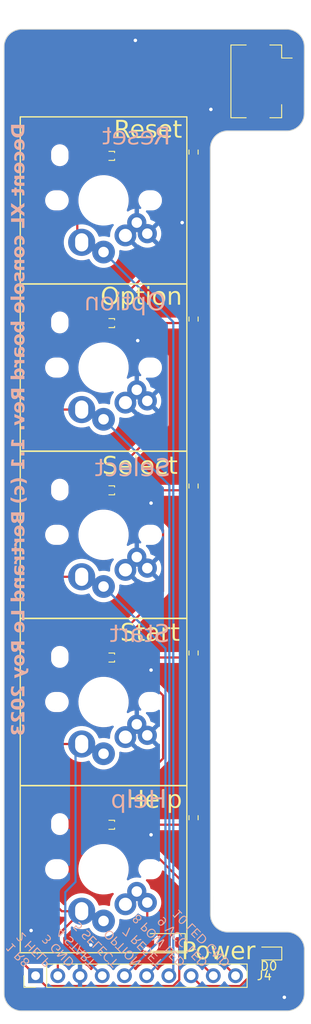
<source format=kicad_pcb>
(kicad_pcb (version 20221018) (generator pcbnew)
  (title_block (title "DecentXL keyboard") (date "2023-07-06") (rev "1"))
  (layers (0 "F.Cu" signal) (31 "B.Cu" signal) (34 "B.Paste" user) (35 "F.Paste" user) (36 "B.SilkS" user "B.Silkscreen") (37 "F.SilkS" user "F.Silkscreen") (38 "B.Mask" user) (39 "F.Mask" user) (44 "Edge.Cuts" user))
  (net 0 "")
  (net 1 "Net-(D11-A)")
  (net 2 "Net-(R11-Pad1)")
  (net 3 "Net-(R64-Pad1)")
  (net 4 "Net-(R65-Pad1)")
  (net 5 "Net-(R67-Pad1)")
  (net 6 "Net-(R68-Pad1)")
  (net 7 "CSL_GND")
  (net 8 "CSL_PWR_LED")
  (net 9 "CSL_ROW_8")
  (net 10 "CSL_HELP")
  (net 11 "CSL_START")
  (net 12 "CSL_SELECT")
  (net 13 "CSL_OPTION")
  (net 14 "CSL_RESET")
  (net 15 "CSL_VCC_LED")
  (net 16 "CSL_LED_GND")
  (footprint "DecentXL:R_0603_1608Metric" (layer "F.Cu") (at 84.2137 46.2314 90)
    (fp_text reference "R68")
    (fp_text value "R" hide)
    (fp_line (start -0.237258 -0.5225) (end 0.237258 -0.5225) (stroke (width 0.12)) (layer "F.SilkS"))
    (fp_line (start -0.237258 0.5225) (end 0.237258 0.5225) (stroke (width 0.12)) (layer "F.SilkS"))
    (pad "1" smd roundrect (at -0.825 0 90) (size 0.8 0.95) (layers "F.Cu" "F.Paste" "F.Mask") (net 6 "Net-(R68-Pad1)"))
    (pad "2" smd roundrect (at 0.825 0 90) (size 0.8 0.95) (layers "F.Cu" "F.Paste" "F.Mask") (net 16 "CSL_LED_GND"))
  )
  (footprint "DecentXL:MX-1-00U-LED" (layer "F.Cu") (at 73.92395 122.9774)
    (fp_text reference "SWHlp1")
    (fp_text value "SW_Push_45deg" hide)
    (fp_line (start -9.525 -4.445) (end 9.525 -4.445) (stroke (width 0.1524)) (layer "F.SilkS"))
    (fp_line (start -9.525 14.605) (end -9.525 -4.445) (stroke (width 0.1524)) (layer "F.SilkS"))
    (fp_line (start 0.61 -0.51) (end 1.26 -0.51) (stroke (width 0.12)) (layer "F.SilkS"))
    (fp_line (start 0.61 0.52) (end 1.26 0.52) (stroke (width 0.12)) (layer "F.SilkS"))
    (fp_line (start 1.26 -0.51) (end 1.26 -0.37) (stroke (width 0.12)) (layer "F.SilkS"))
    (fp_line (start 1.26 0.52) (end 1.26 0.38) (stroke (width 0.12)) (layer "F.SilkS"))
    (fp_line (start 9.525 -4.445) (end 9.525 14.605) (stroke (width 0.1524)) (layer "F.SilkS"))
    (fp_line (start 9.525 14.605) (end -9.525 14.605) (stroke (width 0.1524)) (layer "F.SilkS"))
    (pad "" np_thru_hole oval (at -5.33 5.08 270) (size 1.8 2.2) (drill oval 1.8 2.2) (layers "F&B.Cu" "*.Mask"))
    (pad "" np_thru_hole oval (at -5 -0.07 270) (size 2 1.5) (drill oval 2 1.5) (layers "F&B.Cu" "*.Mask"))
    (pad "" np_thru_hole circle (at 0 5.08 180) (size 5.25 5.25) (drill 5.25) (layers "F&B.Cu" "*.Mask"))
    (pad "" np_thru_hole oval (at 5.33 5.08 270) (size 1.8 2.2) (drill oval 1.8 2.2) (layers "F&B.Cu" "*.Mask"))
    (pad "1" thru_hole circle (at -2.5 9.87) (size 3.1 3.1) (drill oval 1.5 2.08) (layers "*.Cu" "*.Mask") (net 10 "CSL_HELP"))
    (pad "1" thru_hole circle (at 0 10.98 90) (size 2.6 2.6) (drill 1.2) (layers "*.Cu" "*.Mask") (net 10 "CSL_HELP"))
    (pad "2" thru_hole circle (at 2.5 9.08 90) (size 2.5 2.5) (drill 1.5) (layers "*.Cu" "*.Mask") (net 1 "Net-(D11-A)"))
    (pad "2" thru_hole circle (at 3.8 7.62 225) (size 2.2 2.2) (drill 1.2) (layers "*.Cu" "*.Mask") (net 1 "Net-(D11-A)"))
    (pad "2" thru_hole circle (at 5 8.88 270) (size 2.2 2.2) (drill 1.2) (layers "*.Cu" "*.Mask") (net 1 "Net-(D11-A)"))
    (pad "3" smd rect (at 0.75 0 90) (size 0.8 0.8) (layers "F.Cu" "F.Paste" "F.Mask") (net 2 "Net-(R11-Pad1)"))
    (pad "4" smd rect (at -0.75 0 90) (size 0.8 0.8) (layers "F.Cu" "F.Paste" "F.Mask") (net 15 "CSL_VCC_LED"))
  )
  (footprint "DecentXL:MX-1-00U-LED" (layer "F.Cu") (at 73.92395 46.6574)
    (fp_text reference "SWReset1")
    (fp_text value "SW_Push_45deg" hide)
    (fp_line (start -9.525 -4.445) (end 9.525 -4.445) (stroke (width 0.1524)) (layer "F.SilkS"))
    (fp_line (start -9.525 14.605) (end -9.525 -4.445) (stroke (width 0.1524)) (layer "F.SilkS"))
    (fp_line (start 0.61 -0.51) (end 1.26 -0.51) (stroke (width 0.12)) (layer "F.SilkS"))
    (fp_line (start 0.61 0.52) (end 1.26 0.52) (stroke (width 0.12)) (layer "F.SilkS"))
    (fp_line (start 1.26 -0.51) (end 1.26 -0.37) (stroke (width 0.12)) (layer "F.SilkS"))
    (fp_line (start 1.26 0.52) (end 1.26 0.38) (stroke (width 0.12)) (layer "F.SilkS"))
    (fp_line (start 9.525 -4.445) (end 9.525 14.605) (stroke (width 0.1524)) (layer "F.SilkS"))
    (fp_line (start 9.525 14.605) (end -9.525 14.605) (stroke (width 0.1524)) (layer "F.SilkS"))
    (pad "" np_thru_hole oval (at -5.33 5.08 270) (size 1.8 2.2) (drill oval 1.8 2.2) (layers "F&B.Cu" "*.Mask"))
    (pad "" np_thru_hole oval (at -5 -0.07 270) (size 2 1.5) (drill oval 2 1.5) (layers "F&B.Cu" "*.Mask"))
    (pad "" np_thru_hole circle (at 0 5.08 180) (size 5.25 5.25) (drill 5.25) (layers "F&B.Cu" "*.Mask"))
    (pad "" np_thru_hole oval (at 5.33 5.08 270) (size 1.8 2.2) (drill oval 1.8 2.2) (layers "F&B.Cu" "*.Mask"))
    (pad "1" thru_hole circle (at -2.5 9.87) (size 3.1 3.1) (drill oval 1.5 2.08) (layers "*.Cu" "*.Mask") (net 14 "CSL_RESET"))
    (pad "1" thru_hole circle (at 0 10.98 90) (size 2.6 2.6) (drill 1.2) (layers "*.Cu" "*.Mask") (net 14 "CSL_RESET"))
    (pad "2" thru_hole circle (at 2.5 9.08 90) (size 2.5 2.5) (drill 1.5) (layers "*.Cu" "*.Mask") (net 7 "CSL_GND"))
    (pad "2" thru_hole circle (at 3.8 7.62 225) (size 2.2 2.2) (drill 1.2) (layers "*.Cu" "*.Mask") (net 7 "CSL_GND"))
    (pad "2" thru_hole circle (at 5 8.88 270) (size 2.2 2.2) (drill 1.2) (layers "*.Cu" "*.Mask") (net 7 "CSL_GND"))
    (pad "3" smd rect (at 0.75 0 90) (size 0.8 0.8) (layers "F.Cu" "F.Paste" "F.Mask") (net 6 "Net-(R68-Pad1)"))
    (pad "4" smd rect (at -0.75 0 90) (size 0.8 0.8) (layers "F.Cu" "F.Paste" "F.Mask") (net 15 "CSL_VCC_LED"))
  )
  (footprint "Connector_PinHeader_2.54mm:PinHeader_1x10_P2.54mm_Vertical" (layer "F.Cu") (at 66.15295 140.2056 90)
    (fp_text reference "J4" (at 0 26.157) (layer "F.SilkS"))
    (fp_text value "Conn_01x10" hide)
    (fp_line (start -1.33 -1.33) (end 0 -1.33) (stroke (width 0.12)) (layer "F.SilkS"))
    (fp_line (start -1.33 0) (end -1.33 -1.33) (stroke (width 0.12)) (layer "F.SilkS"))
    (fp_line (start -1.33 1.27) (end -1.33 24.19) (stroke (width 0.12)) (layer "F.SilkS"))
    (fp_line (start -1.33 1.27) (end 1.33 1.27) (stroke (width 0.12)) (layer "F.SilkS"))
    (fp_line (start -1.33 24.19) (end 1.33 24.19) (stroke (width 0.12)) (layer "F.SilkS"))
    (fp_line (start 1.33 1.27) (end 1.33 24.19) (stroke (width 0.12)) (layer "F.SilkS"))
    (pad "1" thru_hole rect (at 0 0 90) (size 1.7 1.7) (drill 1) (layers "*.Cu" "*.Mask") (net 9 "CSL_ROW_8"))
    (pad "2" thru_hole oval (at 0 2.54 90) (size 1.7 1.7) (drill 1) (layers "*.Cu" "*.Mask") (net 10 "CSL_HELP"))
    (pad "3" thru_hole oval (at 0 5.08 90) (size 1.7 1.7) (drill 1) (layers "*.Cu" "*.Mask") (net 7 "CSL_GND"))
    (pad "4" thru_hole oval (at 0 7.62 90) (size 1.7 1.7) (drill 1) (layers "*.Cu" "*.Mask") (net 11 "CSL_START"))
    (pad "5" thru_hole oval (at 0 10.16 90) (size 1.7 1.7) (drill 1) (layers "*.Cu" "*.Mask") (net 12 "CSL_SELECT"))
    (pad "6" thru_hole oval (at 0 12.7 90) (size 1.7 1.7) (drill 1) (layers "*.Cu" "*.Mask") (net 13 "CSL_OPTION"))
    (pad "7" thru_hole oval (at 0 15.24 90) (size 1.7 1.7) (drill 1) (layers "*.Cu" "*.Mask") (net 14 "CSL_RESET"))
    (pad "8" thru_hole oval (at 0 17.78 90) (size 1.7 1.7) (drill 1) (layers "*.Cu" "*.Mask") (net 8 "CSL_PWR_LED"))
    (pad "9" thru_hole oval (at 0 20.32 90) (size 1.7 1.7) (drill 1) (layers "*.Cu" "*.Mask") (net 15 "CSL_VCC_LED"))
    (pad "10" thru_hole oval (at 0 22.86 90) (size 1.7 1.7) (drill 1) (layers "*.Cu" "*.Mask") (net 16 "CSL_LED_GND"))
  )
  (footprint "DecentXL:MX-1-00U-LED" (layer "F.Cu") (at 73.92395 84.8174)
    (fp_text reference "SWSelect1")
    (fp_text value "SW_Push_45deg" hide)
    (fp_line (start -9.525 -4.445) (end 9.525 -4.445) (stroke (width 0.1524)) (layer "F.SilkS"))
    (fp_line (start -9.525 14.605) (end -9.525 -4.445) (stroke (width 0.1524)) (layer "F.SilkS"))
    (fp_line (start 0.61 -0.51) (end 1.26 -0.51) (stroke (width 0.12)) (layer "F.SilkS"))
    (fp_line (start 0.61 0.52) (end 1.26 0.52) (stroke (width 0.12)) (layer "F.SilkS"))
    (fp_line (start 1.26 -0.51) (end 1.26 -0.37) (stroke (width 0.12)) (layer "F.SilkS"))
    (fp_line (start 1.26 0.52) (end 1.26 0.38) (stroke (width 0.12)) (layer "F.SilkS"))
    (fp_line (start 9.525 -4.445) (end 9.525 14.605) (stroke (width 0.1524)) (layer "F.SilkS"))
    (fp_line (start 9.525 14.605) (end -9.525 14.605) (stroke (width 0.1524)) (layer "F.SilkS"))
    (pad "" np_thru_hole oval (at -5.33 5.08 270) (size 1.8 2.2) (drill oval 1.8 2.2) (layers "F&B.Cu" "*.Mask"))
    (pad "" np_thru_hole oval (at -5 -0.07 270) (size 2 1.5) (drill oval 2 1.5) (layers "F&B.Cu" "*.Mask"))
    (pad "" np_thru_hole circle (at 0 5.08 180) (size 5.25 5.25) (drill 5.25) (layers "F&B.Cu" "*.Mask"))
    (pad "" np_thru_hole oval (at 5.33 5.08 270) (size 1.8 2.2) (drill oval 1.8 2.2) (layers "F&B.Cu" "*.Mask"))
    (pad "1" thru_hole circle (at -2.5 9.87) (size 3.1 3.1) (drill oval 1.5 2.08) (layers "*.Cu" "*.Mask") (net 12 "CSL_SELECT"))
    (pad "1" thru_hole circle (at 0 10.98 90) (size 2.6 2.6) (drill 1.2) (layers "*.Cu" "*.Mask") (net 12 "CSL_SELECT"))
    (pad "2" thru_hole circle (at 2.5 9.08 90) (size 2.5 2.5) (drill 1.5) (layers "*.Cu" "*.Mask") (net 7 "CSL_GND"))
    (pad "2" thru_hole circle (at 3.8 7.62 225) (size 2.2 2.2) (drill 1.2) (layers "*.Cu" "*.Mask") (net 7 "CSL_GND"))
    (pad "2" thru_hole circle (at 5 8.88 270) (size 2.2 2.2) (drill 1.2) (layers "*.Cu" "*.Mask") (net 7 "CSL_GND"))
    (pad "3" smd rect (at 0.75 0 90) (size 0.8 0.8) (layers "F.Cu" "F.Paste" "F.Mask") (net 4 "Net-(R65-Pad1)"))
    (pad "4" smd rect (at -0.75 0 90) (size 0.8 0.8) (layers "F.Cu" "F.Paste" "F.Mask") (net 15 "CSL_VCC_LED"))
  )
  (footprint "Connector_FFC-FPC:Hirose_FH12-10S-0.5SH_1x10-1MP_P0.50mm_Horizontal" (layer "F.Cu") (at 92.98775 38.161554 -90)
    (fp_text reference "J5" hide)
    (fp_text value "Conn_01x10" hide)
    (fp_line (start -4.15 -1.3) (end -4.15 0.04) (stroke (width 0.12)) (layer "F.SilkS"))
    (fp_line (start -4.15 2.76) (end -4.15 4.5) (stroke (width 0.12)) (layer "F.SilkS"))
    (fp_line (start -4.15 4.5) (end 4.15 4.5) (stroke (width 0.12)) (layer "F.SilkS"))
    (fp_line (start -2.66 -1.3) (end -4.15 -1.3) (stroke (width 0.12)) (layer "F.SilkS"))
    (fp_line (start -2.66 -1.3) (end -2.66 -2.5) (stroke (width 0.12)) (layer "F.SilkS"))
    (fp_line (start 2.66 -1.3) (end 4.15 -1.3) (stroke (width 0.12)) (layer "F.SilkS"))
    (fp_line (start 4.15 -1.3) (end 4.15 0.04) (stroke (width 0.12)) (layer "F.SilkS"))
    (fp_line (start 4.15 4.5) (end 4.15 2.76) (stroke (width 0.12)) (layer "F.SilkS"))
    (pad "1" smd rect (at -2.25 -1.85 270) (size 0.3 1.3) (layers "F.Cu" "F.Paste" "F.Mask") (net 9 "CSL_ROW_8"))
    (pad "2" smd rect (at -1.75 -1.85 270) (size 0.3 1.3) (layers "F.Cu" "F.Paste" "F.Mask") (net 10 "CSL_HELP"))
    (pad "3" smd rect (at -1.25 -1.85 270) (size 0.3 1.3) (layers "F.Cu" "F.Paste" "F.Mask") (net 7 "CSL_GND"))
    (pad "4" smd rect (at -0.75 -1.85 270) (size 0.3 1.3) (layers "F.Cu" "F.Paste" "F.Mask") (net 11 "CSL_START"))
    (pad "5" smd rect (at -0.25 -1.85 270) (size 0.3 1.3) (layers "F.Cu" "F.Paste" "F.Mask") (net 12 "CSL_SELECT"))
    (pad "6" smd rect (at 0.25 -1.85 270) (size 0.3 1.3) (layers "F.Cu" "F.Paste" "F.Mask") (net 13 "CSL_OPTION"))
    (pad "7" smd rect (at 0.75 -1.85 270) (size 0.3 1.3) (layers "F.Cu" "F.Paste" "F.Mask") (net 14 "CSL_RESET"))
    (pad "8" smd rect (at 1.25 -1.85 270) (size 0.3 1.3) (layers "F.Cu" "F.Paste" "F.Mask") (net 8 "CSL_PWR_LED"))
    (pad "9" smd rect (at 1.75 -1.85 270) (size 0.3 1.3) (layers "F.Cu" "F.Paste" "F.Mask") (net 15 "CSL_VCC_LED"))
    (pad "10" smd rect (at 2.25 -1.85 270) (size 0.3 1.3) (layers "F.Cu" "F.Paste" "F.Mask") (net 16 "CSL_LED_GND"))
    (pad "MP" smd rect (at -4.15 1.4 270) (size 1.8 2.2) (layers "F.Cu" "F.Paste" "F.Mask"))
    (pad "MP" smd rect (at 4.15 1.4 270) (size 1.8 2.2) (layers "F.Cu" "F.Paste" "F.Mask"))
  )
  (footprint "DecentXL:R_0603_1608Metric" (layer "F.Cu") (at 84.2137 84.3314 90)
    (fp_text reference "R65")
    (fp_text value "R" hide)
    (fp_line (start -0.237258 -0.5225) (end 0.237258 -0.5225) (stroke (width 0.12)) (layer "F.SilkS"))
    (fp_line (start -0.237258 0.5225) (end 0.237258 0.5225) (stroke (width 0.12)) (layer "F.SilkS"))
    (pad "1" smd roundrect (at -0.825 0 90) (size 0.8 0.95) (layers "F.Cu" "F.Paste" "F.Mask") (net 4 "Net-(R65-Pad1)"))
    (pad "2" smd roundrect (at 0.825 0 90) (size 0.8 0.95) (layers "F.Cu" "F.Paste" "F.Mask") (net 16 "CSL_LED_GND"))
  )
  (footprint "LED_SMD:LED_0603_1608Metric" (layer "F.Cu") (at 92.81795 137.6714 180)
    (fp_text reference "D0" (at 0 -1.43) (layer "F.SilkS"))
    (fp_text value "LED" hide)
    (fp_line (start -1.485 -0.735) (end -1.485 0.735) (stroke (width 0.12)) (layer "F.SilkS"))
    (fp_line (start -1.485 0.735) (end 0.8 0.735) (stroke (width 0.12)) (layer "F.SilkS"))
    (fp_line (start 0.8 -0.735) (end -1.485 -0.735) (stroke (width 0.12)) (layer "F.SilkS"))
    (pad "1" smd roundrect (at -0.7875 0 180) (size 0.875 0.95) (layers "F.Cu" "F.Paste" "F.Mask") (net 7 "CSL_GND"))
    (pad "2" smd roundrect (at 0.7875 0 180) (size 0.875 0.95) (layers "F.Cu" "F.Paste" "F.Mask") (net 8 "CSL_PWR_LED"))
  )
  (footprint "DecentXL:D_SOD-123" (layer "F.Cu") (at 80.9117 136.4014 180)
    (fp_text reference "D11")
    (fp_text value "1N4148W" hide)
    (fp_line (start -2.36 -1) (end -2.36 1) (stroke (width 0.12)) (layer "F.SilkS"))
    (fp_line (start -2.36 -1) (end 1.65 -1) (stroke (width 0.12)) (layer "F.SilkS"))
    (fp_line (start -2.36 1) (end 1.65 1) (stroke (width 0.12)) (layer "F.SilkS"))
    (pad "1" smd roundrect (at -1.65 0 180) (size 0.9 1.2) (layers "F.Cu" "F.Paste" "F.Mask") (net 9 "CSL_ROW_8"))
    (pad "2" smd roundrect (at 1.65 0 180) (size 0.9 1.2) (layers "F.Cu" "F.Paste" "F.Mask") (net 1 "Net-(D11-A)"))
  )
  (footprint "DecentXL:R_0603_1608Metric" (layer "F.Cu") (at 84.2137 103.3814 90)
    (fp_text reference "R64")
    (fp_text value "R" hide)
    (fp_line (start -0.237258 -0.5225) (end 0.237258 -0.5225) (stroke (width 0.12)) (layer "F.SilkS"))
    (fp_line (start -0.237258 0.5225) (end 0.237258 0.5225) (stroke (width 0.12)) (layer "F.SilkS"))
    (pad "1" smd roundrect (at -0.825 0 90) (size 0.8 0.95) (layers "F.Cu" "F.Paste" "F.Mask") (net 3 "Net-(R64-Pad1)"))
    (pad "2" smd roundrect (at 0.825 0 90) (size 0.8 0.95) (layers "F.Cu" "F.Paste" "F.Mask") (net 16 "CSL_LED_GND"))
  )
  (footprint "DecentXL:MX-1-00U-LED" (layer "F.Cu") (at 73.92395 65.7374)
    (fp_text reference "SWOption1")
    (fp_text value "SW_Push_45deg" hide)
    (fp_line (start -9.525 -4.445) (end 9.525 -4.445) (stroke (width 0.1524)) (layer "F.SilkS"))
    (fp_line (start -9.525 14.605) (end -9.525 -4.445) (stroke (width 0.1524)) (layer "F.SilkS"))
    (fp_line (start 0.61 -0.51) (end 1.26 -0.51) (stroke (width 0.12)) (layer "F.SilkS"))
    (fp_line (start 0.61 0.52) (end 1.26 0.52) (stroke (width 0.12)) (layer "F.SilkS"))
    (fp_line (start 1.26 -0.51) (end 1.26 -0.37) (stroke (width 0.12)) (layer "F.SilkS"))
    (fp_line (start 1.26 0.52) (end 1.26 0.38) (stroke (width 0.12)) (layer "F.SilkS"))
    (fp_line (start 9.525 -4.445) (end 9.525 14.605) (stroke (width 0.1524)) (layer "F.SilkS"))
    (fp_line (start 9.525 14.605) (end -9.525 14.605) (stroke (width 0.1524)) (layer "F.SilkS"))
    (pad "" np_thru_hole oval (at -5.33 5.08 270) (size 1.8 2.2) (drill oval 1.8 2.2) (layers "F&B.Cu" "*.Mask"))
    (pad "" np_thru_hole oval (at -5 -0.07 270) (size 2 1.5) (drill oval 2 1.5) (layers "F&B.Cu" "*.Mask"))
    (pad "" np_thru_hole circle (at 0 5.08 180) (size 5.25 5.25) (drill 5.25) (layers "F&B.Cu" "*.Mask"))
    (pad "" np_thru_hole oval (at 5.33 5.08 270) (size 1.8 2.2) (drill oval 1.8 2.2) (layers "F&B.Cu" "*.Mask"))
    (pad "1" thru_hole circle (at -2.5 9.87) (size 3.1 3.1) (drill oval 1.5 2.08) (layers "*.Cu" "*.Mask") (net 13 "CSL_OPTION"))
    (pad "1" thru_hole circle (at 0 10.98 90) (size 2.6 2.6) (drill 1.2) (layers "*.Cu" "*.Mask") (net 13 "CSL_OPTION"))
    (pad "2" thru_hole circle (at 2.5 9.08 90) (size 2.5 2.5) (drill 1.5) (layers "*.Cu" "*.Mask") (net 7 "CSL_GND"))
    (pad "2" thru_hole circle (at 3.8 7.62 225) (size 2.2 2.2) (drill 1.2) (layers "*.Cu" "*.Mask") (net 7 "CSL_GND"))
    (pad "2" thru_hole circle (at 5 8.88 270) (size 2.2 2.2) (drill 1.2) (layers "*.Cu" "*.Mask") (net 7 "CSL_GND"))
    (pad "3" smd rect (at 0.75 0 90) (size 0.8 0.8) (layers "F.Cu" "F.Paste" "F.Mask") (net 5 "Net-(R67-Pad1)"))
    (pad "4" smd rect (at -0.75 0 90) (size 0.8 0.8) (layers "F.Cu" "F.Paste" "F.Mask") (net 15 "CSL_VCC_LED"))
  )
  (footprint "DecentXL:R_0603_1608Metric" (layer "F.Cu") (at 84.2137 65.2814 90)
    (fp_text reference "R67")
    (fp_text value "R" hide)
    (fp_line (start -0.237258 -0.5225) (end 0.237258 -0.5225) (stroke (width 0.12)) (layer "F.SilkS"))
    (fp_line (start -0.237258 0.5225) (end 0.237258 0.5225) (stroke (width 0.12)) (layer "F.SilkS"))
    (pad "1" smd roundrect (at -0.825 0 90) (size 0.8 0.95) (layers "F.Cu" "F.Paste" "F.Mask") (net 5 "Net-(R67-Pad1)"))
    (pad "2" smd roundrect (at 0.825 0 90) (size 0.8 0.95) (layers "F.Cu" "F.Paste" "F.Mask") (net 16 "CSL_LED_GND"))
  )
  (footprint "DecentXL:MX-1-00U-LED" (layer "F.Cu") (at 73.92395 103.8974)
    (fp_text reference "SWStart1")
    (fp_text value "SW_Push_45deg" hide)
    (fp_line (start -9.525 -4.445) (end 9.525 -4.445) (stroke (width 0.1524)) (layer "F.SilkS"))
    (fp_line (start -9.525 14.605) (end -9.525 -4.445) (stroke (width 0.1524)) (layer "F.SilkS"))
    (fp_line (start 0.61 -0.51) (end 1.26 -0.51) (stroke (width 0.12)) (layer "F.SilkS"))
    (fp_line (start 0.61 0.52) (end 1.26 0.52) (stroke (width 0.12)) (layer "F.SilkS"))
    (fp_line (start 1.26 -0.51) (end 1.26 -0.37) (stroke (width 0.12)) (layer "F.SilkS"))
    (fp_line (start 1.26 0.52) (end 1.26 0.38) (stroke (width 0.12)) (layer "F.SilkS"))
    (fp_line (start 9.525 -4.445) (end 9.525 14.605) (stroke (width 0.1524)) (layer "F.SilkS"))
    (fp_line (start 9.525 14.605) (end -9.525 14.605) (stroke (width 0.1524)) (layer "F.SilkS"))
    (pad "" np_thru_hole oval (at -5.33 5.08 270) (size 1.8 2.2) (drill oval 1.8 2.2) (layers "F&B.Cu" "*.Mask"))
    (pad "" np_thru_hole oval (at -5 -0.07 270) (size 2 1.5) (drill oval 2 1.5) (layers "F&B.Cu" "*.Mask"))
    (pad "" np_thru_hole circle (at 0 5.08 180) (size 5.25 5.25) (drill 5.25) (layers "F&B.Cu" "*.Mask"))
    (pad "" np_thru_hole oval (at 5.33 5.08 270) (size 1.8 2.2) (drill oval 1.8 2.2) (layers "F&B.Cu" "*.Mask"))
    (pad "1" thru_hole circle (at -2.5 9.87) (size 3.1 3.1) (drill oval 1.5 2.08) (layers "*.Cu" "*.Mask") (net 11 "CSL_START"))
    (pad "1" thru_hole circle (at 0 10.98 90) (size 2.6 2.6) (drill 1.2) (layers "*.Cu" "*.Mask") (net 11 "CSL_START"))
    (pad "2" thru_hole circle (at 2.5 9.08 90) (size 2.5 2.5) (drill 1.5) (layers "*.Cu" "*.Mask") (net 7 "CSL_GND"))
    (pad "2" thru_hole circle (at 3.8 7.62 225) (size 2.2 2.2) (drill 1.2) (layers "*.Cu" "*.Mask") (net 7 "CSL_GND"))
    (pad "2" thru_hole circle (at 5 8.88 270) (size 2.2 2.2) (drill 1.2) (layers "*.Cu" "*.Mask") (net 7 "CSL_GND"))
    (pad "3" smd rect (at 0.75 0 90) (size 0.8 0.8) (layers "F.Cu" "F.Paste" "F.Mask") (net 3 "Net-(R64-Pad1)"))
    (pad "4" smd rect (at -0.75 0 90) (size 0.8 0.8) (layers "F.Cu" "F.Paste" "F.Mask") (net 15 "CSL_VCC_LED"))
  )
  (footprint "DecentXL:R_0603_1608Metric" (layer "F.Cu") (at 84.2137 122.1774 90)
    (fp_text reference "R11")
    (fp_text value "R" hide)
    (fp_line (start -0.237258 -0.5225) (end 0.237258 -0.5225) (stroke (width 0.12)) (layer "F.SilkS"))
    (fp_line (start -0.237258 0.5225) (end 0.237258 0.5225) (stroke (width 0.12)) (layer "F.SilkS"))
    (pad "1" smd roundrect (at -0.825 0 90) (size 0.8 0.95) (layers "F.Cu" "F.Paste" "F.Mask") (net 2 "Net-(R11-Pad1)"))
    (pad "2" smd roundrect (at 0.825 0 90) (size 0.8 0.95) (layers "F.Cu" "F.Paste" "F.Mask") (net 16 "CSL_LED_GND"))
  )
  (gr_line (start 94.87535 43.814204) (end 88.1332 43.814204) (stroke (width 0.1)) (layer "Edge.Cuts"))
  (gr_arc (start 96.87535 41.814204) (mid 96.289567 43.228435) (end 94.87535 43.814204) (stroke (width 0.1)) (layer "Edge.Cuts"))
  (gr_arc (start 86.1332 45.814204) (mid 86.718983 44.399973) (end 88.1332 43.814204) (stroke (width 0.1)) (layer "Edge.Cuts"))
  (gr_arc (start 64.5492 144.2174) (mid 63.134986 143.631614) (end 62.5492 142.2174) (stroke (width 0.1)) (layer "Edge.Cuts"))
  (gr_arc (start 94.8865 32.2174) (mid 96.300714 32.803186) (end 96.8865 34.2174) (stroke (width 0.1)) (layer "Edge.Cuts"))
  (gr_arc (start 88.14435 135.2174) (mid 86.730136 134.631614) (end 86.14435 133.2174) (stroke (width 0.1)) (layer "Edge.Cuts"))
  (gr_arc (start 62.5492 34.2174) (mid 63.134986 32.803186) (end 64.5492 32.2174) (stroke (width 0.1)) (layer "Edge.Cuts"))
  (gr_line (start 62.5492 122.2174) (end 62.5492 54.2174) (stroke (width 0.1)) (layer "Edge.Cuts"))
  (gr_line (start 86.1332 45.814204) (end 86.14435 133.2174) (stroke (width 0.1)) (layer "Edge.Cuts"))
  (gr_line (start 96.8865 34.2174) (end 96.87535 41.814204) (stroke (width 0.1)) (layer "Edge.Cuts"))
  (gr_line (start 62.5492 142.2174) (end 62.5492 122.2174) (stroke (width 0.1)) (layer "Edge.Cuts"))
  (gr_line (start 64.5492 32.2174) (end 94.8865 32.2174) (stroke (width 0.1)) (layer "Edge.Cuts"))
  (gr_line (start 94.8865 144.2174) (end 64.5492 144.2174) (stroke (width 0.1)) (layer "Edge.Cuts"))
  (gr_line (start 94.8919 135.2174) (end 88.14435 135.2174) (stroke (width 0.1)) (layer "Edge.Cuts"))
  (gr_line (start 96.8865 137.2174) (end 96.8865 142.2174) (stroke (width 0.1)) (layer "Edge.Cuts"))
  (gr_arc (start 96.8865 142.2174) (mid 96.300714 143.631614) (end 94.8865 144.2174) (stroke (width 0.1)) (layer "Edge.Cuts"))
  (gr_arc (start 94.8919 135.2174) (mid 96.306114 135.803186) (end 96.8919 137.2174) (stroke (width 0.1)) (layer "Edge.Cuts"))
  (gr_line (start 62.5492 54.2174) (end 62.5492 34.2174) (stroke (width 0.1)) (layer "Edge.Cuts"))
  (gr_text "Start" (at 74.631592 100.1244) (layer "B.SilkS") (effects (font (size 2 2)) (justify right top mirror)))
  (gr_text "5 SELECT" (at 75.41895 138.9102 135) (layer "B.SilkS") (effects (font (size 1 1)) (justify right mirror)))
  (gr_text "7 RESET" (at 80.49895 138.9102 135) (layer "B.SilkS") (effects (font (size 1 1)) (justify right mirror)))
  (gr_text "Help" (at 74.752737 119.0474) (layer "B.SilkS") (effects (font (size 2 2)) (justify right top mirror)))
  (gr_text "10 LED GND" (at 88.19515 138.9102 135) (layer "B.SilkS") (effects (font (size 1 1)) (justify right mirror)))
  (gr_text "2 HELP" (at 67.72275 138.9102 135) (layer "B.SilkS") (effects (font (size 1 1)) (justify right mirror)))
  (gr_text "8 POW LED" (at 83.06435 138.9102 135) (layer "B.SilkS") (effects (font (size 1 1)) (justify right mirror)))
  (gr_text "Reset" (at 73.76795 43.3554) (layer "B.SilkS") (effects (font (size 2 2)) (justify right top mirror)))
  (gr_text "Option" (at 71.71631 62.2784) (layer "B.SilkS") (effects (font (size 2 2)) (justify right top mirror)))
  (gr_text "4 START" (at 72.80275 138.9102 135) (layer "B.SilkS") (effects (font (size 1 1)) (justify right mirror)))
  (gr_text "3 GND" (at 70.38975 138.9102 135) (layer "B.SilkS") (effects (font (size 1 1)) (justify right mirror)))
  (gr_text "OPTION" (at 78.03515 138.9102 135) (layer "B.SilkS") (effects (font (size 1 1)) (justify right mirror)))
  (gr_text "Select" (at 72.917984 81.2014) (layer "B.SilkS") (effects (font (size 2 2)) (justify right top mirror)))
  (gr_text "Decent XL console board Rev. 1.1 (c) Bertrand Le Roy 2023" (at 65.13195 42.9236 90) (layer "B.SilkS") (effects (font (size 1.5 1.5) (thickness 0.3) bold) (justify left bottom mirror)))
  (gr_text "9 VCC LED" (at 85.62975 138.9102 135) (layer "B.SilkS") (effects (font (size 1 1)) (justify right mirror)))
  (gr_text "1 R8" (at 65.30975 138.9102 135) (layer "B.SilkS") (effects (font (size 1 1)) (justify right mirror)))
  (gr_text "Option" (at 82.91195 61.6434) (layer "F.SilkS") (effects (font (size 2 2)) (justify right top)))
  (gr_text "Reset" (at 82.91195 42.5934) (layer "F.SilkS") (effects (font (size 2 2)) (justify right top)))
  (gr_text "Start" (at 82.65795 99.9974) (layer "F.SilkS") (effects (font (size 2 2)) (justify right top)))
  (gr_text "Power" (at 91.29395 136.3194) (layer "F.SilkS") (effects (font (size 2 2)) (justify right top)))
  (gr_text "Select" (at 82.40395 80.9474) (layer "F.SilkS") (effects (font (size 2 2)) (justify right top)))
  (gr_text "Help" (at 82.91195 119.0474) (layer "F.SilkS") (effects (font (size 2 2)) (justify right top)))
  (segment (start 78.92395 131.8574) (end 78.92395 136.06365) (width 0.25) (layer "F.Cu") (net 1))
  (segment (start 78.92395 136.06365) (end 79.2617 136.4014) (width 0.25) (layer "F.Cu") (net 1))
  (segment (start 74.67395 122.9774) (end 84.1887 122.9774) (width 0.25) (layer "F.Cu") (net 2))
  (segment (start 83.9047 103.8974) (end 84.2137 104.2064) (width 0.25) (layer "F.Cu") (net 3))
  (segment (start 74.67395 103.8974) (end 83.9047 103.8974) (width 0.25) (layer "F.Cu") (net 3))
  (segment (start 74.67395 84.8174) (end 83.8747 84.8174) (width 0.25) (layer "F.Cu") (net 4))
  (segment (start 83.8747 84.8174) (end 84.2137 85.1564) (width 0.25) (layer "F.Cu") (net 4))
  (segment (start 83.8447 65.7374) (end 84.2137 66.1064) (width 0.25) (layer "F.Cu") (net 5))
  (segment (start 74.67395 65.7374) (end 83.8447 65.7374) (width 0.25) (layer "F.Cu") (net 5))
  (segment (start 83.8147 46.6574) (end 84.2137 47.0564) (width 0.25) (layer "F.Cu") (net 6))
  (segment (start 74.67395 46.6574) (end 83.8147 46.6574) (width 0.25) (layer "F.Cu") (net 6))
  (segment (start 94.83775 36.911554) (end 96.48575 36.911554) (width 0.25) (layer "F.Cu") (net 7))
  (via (at 79.35595 86.2814) (size 0.8) (drill 0.4) (layers "F.Cu" "B.Cu") (net 7))
  (via (at 65.63995 135.0494) (size 0.8) (drill 0.4) (layers "F.Cu" "B.Cu") (net 7))
  (via (at 79.35595 105.3314) (size 0.8) (drill 0.4) (layers "F.Cu" "B.Cu") (net 7))
  (via (at 77.83195 67.7394) (size 0.8) (drill 0.4) (layers "F.Cu" "B.Cu") (net 7))
  (via (at 72.47255 136.7004) (size 0.8) (drill 0.4) (layers "F.Cu" "B.Cu") (net 7))
  (via (at 77.55975 33.485554) (size 0.8) (drill 0.4) (layers "F.Cu" "B.Cu") (net 7))
  (via (at 79.35595 124.1274) (size 0.8) (drill 0.4) (layers "F.Cu" "B.Cu") (net 7))
  (via (at 82.91195 54.2774) (size 0.8) (drill 0.4) (layers "F.Cu" "B.Cu") (net 7))
  (via (at 94.59595 142.6694) (size 0.8) (drill 0.4) (layers "F.Cu" "B.Cu") (net 7))
  (via (at 86.19575 41.359554) (size 0.8) (drill 0.4) (layers "F.Cu" "B.Cu") (net 7))
  (segment (start 92.03045 137.6714) (end 88.07395 137.6714) (width 0.25) (layer "F.Cu") (net 8))
  (segment (start 85.10795 141.3806) (end 89.53475 141.3806) (width 0.25) (layer "F.Cu") (net 8))
  (segment (start 88.07395 137.6714) (end 85.4637 135.06115) (width 0.25) (layer "F.Cu") (net 8))
  (segment (start 95.78775 39.411554) (end 95.81275 39.436554) (width 0.25) (layer "F.Cu") (net 8))
  (segment (start 89.53475 141.3806) (end 92.03045 138.8849) (width 0.25) (layer "F.Cu") (net 8))
  (segment (start 95.81275 39.436554) (end 95.81275 40.886554) (width 0.25) (layer "F.Cu") (net 8))
  (segment (start 85.4637 44.04875) (end 88.625896 40.886554) (width 0.25) (layer "F.Cu") (net 8))
  (segment (start 92.03045 138.8849) (end 92.03045 137.6714) (width 0.25) (layer "F.Cu") (net 8))
  (segment (start 83.93295 140.2056) (end 85.10795 141.3806) (width 0.25) (layer "F.Cu") (net 8))
  (segment (start 95.81275 40.886554) (end 88.625896 40.886554) (width 0.25) (layer "F.Cu") (net 8))
  (segment (start 94.83775 39.411554) (end 95.78775 39.411554) (width 0.25) (layer "F.Cu") (net 8))
  (segment (start 85.4637 135.06115) (end 85.4637 44.04875) (width 0.25) (layer "F.Cu") (net 8))
  (segment (start 81.879651 141.3806) (end 82.58175 140.678501) (width 0.25) (layer "F.Cu") (net 9))
  (segment (start 67.32795 141.3806) (end 81.879651 141.3806) (width 0.25) (layer "F.Cu") (net 9))
  (segment (start 63.08175 39.663804) (end 63.08175 136.9798) (width 0.25) (layer "F.Cu") (net 9))
  (segment (start 82.58175 136.42145) (end 82.5617 136.4014) (width 0.25) (layer "F.Cu") (net 9))
  (segment (start 82.58175 140.678501) (end 82.58175 136.42145) (width 0.25) (layer "F.Cu") (net 9))
  (segment (start 66.15295 140.2056) (end 67.32795 141.3806) (width 0.25) (layer "F.Cu") (net 9))
  (segment (start 66.834 35.911554) (end 63.08175 39.663804) (width 0.25) (layer "F.Cu") (net 9))
  (segment (start 63.09995 137.1526) (end 63.09995 136.998) (width 0.25) (layer "F.Cu") (net 9))
  (segment (start 94.83775 35.911554) (end 66.834 35.911554) (width 0.25) (layer "F.Cu") (net 9))
  (segment (start 66.15295 140.2056) (end 63.09995 137.1526) (width 0.25) (layer "F.Cu") (net 9))
  (segment (start 63.09995 136.998) (end 63.08175 136.9798) (width 0.25) (layer "F.Cu") (net 9))
  (segment (start 66.970396 36.411554) (end 63.53175 39.8502) (width 0.25) (layer "F.Cu") (net 10))
  (segment (start 94.83775 36.411554) (end 66.970396 36.411554) (width 0.25) (layer "F.Cu") (net 10))
  (segment (start 69.15295 132.8474) (end 63.53175 127.2262) (width 0.25) (layer "F.Cu") (net 10))
  (segment (start 68.69295 135.5784) (end 71.42395 132.8474) (width 0.25) (layer "F.Cu") (net 10))
  (segment (start 71.42395 132.8474) (end 69.15295 132.8474) (width 0.25) (layer "F.Cu") (net 10))
  (segment (start 63.53175 127.2262) (end 63.53175 126.7182) (width 0.25) (layer "F.Cu") (net 10))
  (segment (start 68.69295 140.2056) (end 68.69295 135.5784) (width 0.25) (layer "F.Cu") (net 10))
  (segment (start 63.53175 39.8502) (end 63.53175 126.7182) (width 0.25) (layer "F.Cu") (net 10))
  (segment (start 63.98175 40.036596) (end 63.98175 108.517231) (width 0.25) (layer "F.Cu") (net 11))
  (segment (start 94.83775 37.411554) (end 66.606792 37.411554) (width 0.25) (layer "F.Cu") (net 11))
  (segment (start 63.98175 108.517231) (end 69.231919 113.7674) (width 0.25) (layer "F.Cu") (net 11))
  (segment (start 66.606792 37.411554) (end 63.98175 40.036596) (width 0.25) (layer "F.Cu") (net 11))
  (segment (start 69.231919 113.7674) (end 71.42395 113.7674) (width 0.25) (layer "F.Cu") (net 11))
  (segment (start 73.77295 140.2056) (end 69.54895 135.9816) (width 0.25) (layer "B.Cu") (net 11))
  (segment (start 69.54895 130.675041) (end 70.71995 129.504041) (width 0.25) (layer "B.Cu") (net 11))
  (segment (start 70.71995 129.504041) (end 70.71995 114.4714) (width 0.25) (layer "B.Cu") (net 11))
  (segment (start 69.54895 135.9816) (end 69.54895 130.675041) (width 0.25) (layer "B.Cu") (net 11))
  (segment (start 64.43175 40.222992) (end 64.43175 89.887231) (width 0.25) (layer "F.Cu") (net 12))
  (segment (start 66.743188 37.911554) (end 64.43175 40.222992) (width 0.25) (layer "F.Cu") (net 12))
  (segment (start 69.231919 94.6874) (end 71.42395 94.6874) (width 0.25) (layer "F.Cu") (net 12))
  (segment (start 94.83775 37.911554) (end 66.743188 37.911554) (width 0.25) (layer "F.Cu") (net 12))
  (segment (start 64.43175 89.887231) (end 69.231919 94.6874) (width 0.25) (layer "F.Cu") (net 12))
  (segment (start 73.92395 95.7974) (end 81.00095 102.8744) (width 0.25) (layer "B.Cu") (net 12))
  (segment (start 81.00095 135.5176) (end 81.00095 134.1096) (width 0.25) (layer "B.Cu") (net 12))
  (segment (start 81.00095 102.8744) (end 81.00095 134.1096) (width 0.25) (layer "B.Cu") (net 12))
  (segment (start 76.31295 140.2056) (end 81.00095 135.5176) (width 0.25) (layer "B.Cu") (net 12))
  (segment (start 64.88175 71.257231) (end 69.231919 75.6074) (width 0.25) (layer "F.Cu") (net 13))
  (segment (start 64.88175 40.409388) (end 64.88175 71.257231) (width 0.25) (layer "F.Cu") (net 13))
  (segment (start 94.83775 38.411554) (end 66.879584 38.411554) (width 0.25) (layer "F.Cu") (net 13))
  (segment (start 66.879584 38.411554) (end 64.88175 40.409388) (width 0.25) (layer "F.Cu") (net 13))
  (segment (start 69.231919 75.6074) (end 71.42395 75.6074) (width 0.25) (layer "F.Cu") (net 13))
  (segment (start 81.45095 137.6076) (end 81.45095 84.2444) (width 0.25) (layer "B.Cu") (net 13))
  (segment (start 78.85295 140.2056) (end 81.45095 137.6076) (width 0.25) (layer "B.Cu") (net 13))
  (segment (start 81.45095 84.2444) (end 73.92395 76.7174) (width 0.25) (layer "B.Cu") (net 13))
  (segment (start 70.92395 46.713354) (end 78.72575 38.911554) (width 0.25) (layer "F.Cu") (net 14))
  (segment (start 70.92395 56.0274) (end 70.92395 46.713354) (width 0.25) (layer "F.Cu") (net 14))
  (segment (start 94.83775 38.911554) (end 78.72575 38.911554) (width 0.25) (layer "F.Cu") (net 14))
  (segment (start 81.39295 140.2056) (end 81.90095 139.6976) (width 0.25) (layer "B.Cu") (net 14))
  (segment (start 81.90095 65.6144) (end 73.92395 57.6374) (width 0.25) (layer "B.Cu") (net 14))
  (segment (start 81.90095 139.6976) (end 81.90095 65.6144) (width 0.25) (layer "B.Cu") (net 14))
  (segment (start 77.193072 47.6734) (end 74.18995 47.6734) (width 0.25) (layer "F.Cu") (net 15))
  (segment (start 73.17395 103.8974) (end 80.72895 96.3424) (width 0.25) (layer "F.Cu") (net 15))
  (segment (start 74.12995 85.7734) (end 73.17395 84.8174) (width 0.25) (layer "F.Cu") (net 15))
  (segment (start 73.17395 122.9774) (end 80.72895 115.4224) (width 0.25) (layer "F.Cu") (net 15))
  (segment (start 74.18995 47.6734) (end 73.17395 46.6574) (width 0.25) (layer "F.Cu") (net 15))
  (segment (start 80.65095 69.5424) (end 80.72895 69.6204) (width 0.25) (layer "F.Cu") (net 15))
  (segment (start 80.72895 115.4224) (end 80.72895 108.2284) (width 0.25) (layer "F.Cu") (net 15))
  (segment (start 80.72895 108.2284) (end 77.12295 104.6224) (width 0.25) (layer "F.Cu") (net 15))
  (segment (start 83.3367 129.88615) (end 77.15295 123.7024) (width 0.25) (layer "F.Cu") (net 15))
  (segment (start 77.12295 104.6224) (end 73.89895 104.6224) (width 0.25) (layer "F.Cu") (net 15))
  (segment (start 86.47295 140.2056) (end 83.3367 137.06935) (width 0.25) (layer "F.Cu") (net 15))
  (segment (start 80.72895 58.1824) (end 80.72895 51.209278) (width 0.25) (layer "F.Cu") (net 15))
  (segment (start 80.72895 51.209278) (end 77.193072 47.6734) (width 0.25) (layer "F.Cu") (net 15))
  (segment (start 73.89895 123.7024) (end 73.17395 122.9774) (width 0.25) (layer "F.Cu") (net 15))
  (segment (start 76.97895 69.5424) (end 80.65095 69.5424) (width 0.25) (layer "F.Cu") (net 15))
  (segment (start 73.17395 45.949754) (end 73.17395 46.6574) (width 0.25) (layer "F.Cu") (net 15))
  (segment (start 73.15575 45.931554) (end 79.17575 39.911554) (width 0.25) (layer "F.Cu") (net 15))
  (segment (start 80.72895 69.6204) (end 80.72895 77.2624) (width 0.25) (layer "F.Cu") (net 15))
  (segment (start 80.72895 77.2624) (end 73.17395 84.8174) (width 0.25) (layer "F.Cu") (net 15))
  (segment (start 79.17575 39.911554) (end 94.83775 39.911554) (width 0.25) (layer "F.Cu") (net 15))
  (segment (start 73.89895 104.6224) (end 73.17395 103.8974) (width 0.25) (layer "F.Cu") (net 15))
  (segment (start 80.72895 96.3424) (end 80.72895 89.369278) (width 0.25) (layer "F.Cu") (net 15))
  (segment (start 73.15575 45.931554) (end 73.17395 45.949754) (width 0.25) (layer "F.Cu") (net 15))
  (segment (start 77.15295 123.7024) (end 73.89895 123.7024) (width 0.25) (layer "F.Cu") (net 15))
  (segment (start 83.3367 137.06935) (end 83.3367 129.88615) (width 0.25) (layer "F.Cu") (net 15))
  (segment (start 73.17395 65.7374) (end 76.97895 69.5424) (width 0.25) (layer "F.Cu") (net 15))
  (segment (start 80.72895 89.369278) (end 77.133072 85.7734) (width 0.25) (layer "F.Cu") (net 15))
  (segment (start 73.17395 65.7374) (end 80.72895 58.1824) (width 0.25) (layer "F.Cu") (net 15))
  (segment (start 77.133072 85.7734) (end 74.12995 85.7734) (width 0.25) (layer "F.Cu") (net 15))
  (segment (start 85.0137 84.3064) (end 84.2137 83.5064) (width 0.25) (layer "F.Cu") (net 16))
  (segment (start 85.0137 136.20635) (end 85.0137 135.3542) (width 0.25) (layer "F.Cu") (net 16))
  (segment (start 84.2137 102.5564) (end 85.0137 101.7564) (width 0.25) (layer "F.Cu") (net 16))
  (segment (start 85.0137 120.5524) (end 85.0137 103.3564) (width 0.25) (layer "F.Cu") (net 16))
  (segment (start 84.1955 44.680554) (end 88.4645 40.411554) (width 0.25) (layer "F.Cu") (net 16))
  (segment (start 84.2137 121.3524) (end 85.0137 122.1524) (width 0.25) (layer "F.Cu") (net 16))
  (segment (start 85.0137 82.7064) (end 85.0137 65.2564) (width 0.25) (layer "F.Cu") (net 16))
  (segment (start 84.2137 83.5064) (end 85.0137 82.7064) (width 0.25) (layer "F.Cu") (net 16))
  (segment (start 84.2137 64.4564) (end 85.0137 63.6564) (width 0.25) (layer "F.Cu") (net 16))
  (segment (start 85.0137 65.2564) (end 84.2137 64.4564) (width 0.25) (layer "F.Cu") (net 16))
  (segment (start 84.2137 121.3524) (end 85.0137 120.5524) (width 0.25) (layer "F.Cu") (net 16))
  (segment (start 85.0137 46.2064) (end 84.2137 45.4064) (width 0.25) (layer "F.Cu") (net 16))
  (segment (start 85.0137 103.3564) (end 84.2137 102.5564) (width 0.25) (layer "F.Cu") (net 16))
  (segment (start 84.1955 44.680554) (end 84.1955 45.3882) (width 0.25) (layer "F.Cu") (net 16))
  (segment (start 85.0137 63.6564) (end 85.0137 46.2064) (width 0.25) (layer "F.Cu") (net 16))
  (segment (start 85.0137 101.7564) (end 85.0137 84.3064) (width 0.25) (layer "F.Cu") (net 16))
  (segment (start 85.0137 122.1524) (end 85.0137 135.3542) (width 0.25) (layer "F.Cu") (net 16))
  (segment (start 89.01295 140.2056) (end 85.0137 136.20635) (width 0.25) (layer "F.Cu") (net 16))
  (segment (start 88.4645 40.411554) (end 94.83775 40.411554) (width 0.25) (layer "F.Cu") (net 16))
  (zone (net 7) (net_name "CSL_GND") (layers "F&B.Cu") (priority 1) (connect_pads (clearance 0.5)) (min_thickness 0.25) (fill yes (thermal_gap 0.5) (thermal_bridge_width 0.5))
    (polygon (pts (xy 62.08395 28.8774) (xy 97.64395 28.8774) (xy 97.64395 145.7174) (xy 62.08395 145.7174)))
  )
)
</source>
